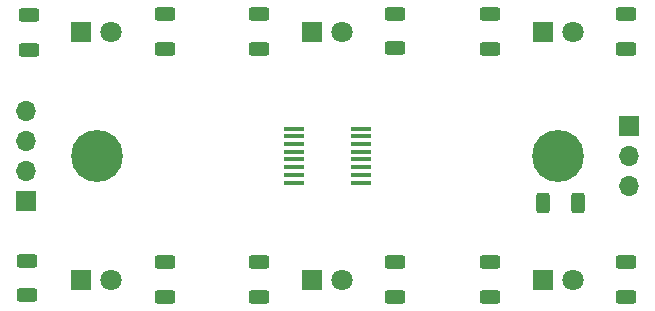
<source format=gbr>
%TF.GenerationSoftware,KiCad,Pcbnew,6.0.11-3.fc37*%
%TF.CreationDate,2023-02-25T11:33:27-07:00*%
%TF.ProjectId,lightPCB,6c696768-7450-4434-922e-6b696361645f,rev?*%
%TF.SameCoordinates,PX69db9c0PY6779420*%
%TF.FileFunction,Soldermask,Top*%
%TF.FilePolarity,Negative*%
%FSLAX46Y46*%
G04 Gerber Fmt 4.6, Leading zero omitted, Abs format (unit mm)*
G04 Created by KiCad (PCBNEW 6.0.11-3.fc37) date 2023-02-25 11:33:27*
%MOMM*%
%LPD*%
G01*
G04 APERTURE LIST*
G04 Aperture macros list*
%AMRoundRect*
0 Rectangle with rounded corners*
0 $1 Rounding radius*
0 $2 $3 $4 $5 $6 $7 $8 $9 X,Y pos of 4 corners*
0 Add a 4 corners polygon primitive as box body*
4,1,4,$2,$3,$4,$5,$6,$7,$8,$9,$2,$3,0*
0 Add four circle primitives for the rounded corners*
1,1,$1+$1,$2,$3*
1,1,$1+$1,$4,$5*
1,1,$1+$1,$6,$7*
1,1,$1+$1,$8,$9*
0 Add four rect primitives between the rounded corners*
20,1,$1+$1,$2,$3,$4,$5,0*
20,1,$1+$1,$4,$5,$6,$7,0*
20,1,$1+$1,$6,$7,$8,$9,0*
20,1,$1+$1,$8,$9,$2,$3,0*%
G04 Aperture macros list end*
%ADD10RoundRect,0.250000X0.625000X-0.312500X0.625000X0.312500X-0.625000X0.312500X-0.625000X-0.312500X0*%
%ADD11R,1.800000X1.800000*%
%ADD12C,1.800000*%
%ADD13C,4.400000*%
%ADD14R,1.700000X1.700000*%
%ADD15O,1.700000X1.700000*%
%ADD16RoundRect,0.250000X0.312500X0.625000X-0.312500X0.625000X-0.312500X-0.625000X0.312500X-0.625000X0*%
%ADD17R,1.676400X0.355600*%
G04 APERTURE END LIST*
D10*
%TO.C,R12*%
X55000000Y24037500D03*
X55000000Y26962500D03*
%TD*%
D11*
%TO.C,LY2*%
X28474968Y4500000D03*
D12*
X31014968Y4500000D03*
%TD*%
D10*
%TO.C,R9*%
X55000000Y3037500D03*
X55000000Y5962500D03*
%TD*%
%TO.C,R1*%
X4300000Y3175000D03*
X4300000Y6100000D03*
%TD*%
D11*
%TO.C,LR2*%
X28474968Y25500000D03*
D12*
X31014968Y25500000D03*
%TD*%
D13*
%TO.C,H1*%
X10199968Y15000000D03*
%TD*%
D14*
%TO.C,J2*%
X55299968Y17525000D03*
D15*
X55299968Y14985000D03*
X55299968Y12445000D03*
%TD*%
D10*
%TO.C,R11*%
X35500000Y24075000D03*
X35500000Y27000000D03*
%TD*%
%TO.C,R7*%
X16000000Y3037500D03*
X16000000Y5962500D03*
%TD*%
D11*
%TO.C,LR3*%
X48024968Y25500000D03*
D12*
X50564968Y25500000D03*
%TD*%
D10*
%TO.C,R10*%
X16000000Y24037500D03*
X16000000Y26962500D03*
%TD*%
%TO.C,R4*%
X4500000Y23987500D03*
X4500000Y26912500D03*
%TD*%
D11*
%TO.C,LR1*%
X8924968Y25500000D03*
D12*
X11464968Y25500000D03*
%TD*%
D10*
%TO.C,R5*%
X24000000Y24037500D03*
X24000000Y26962500D03*
%TD*%
D13*
%TO.C,H2*%
X49299968Y15000000D03*
%TD*%
D16*
%TO.C,R13*%
X50962500Y11000000D03*
X48037500Y11000000D03*
%TD*%
D10*
%TO.C,R3*%
X43500000Y3037500D03*
X43500000Y5962500D03*
%TD*%
D14*
%TO.C,J1*%
X4199968Y11200000D03*
D15*
X4199968Y13740000D03*
X4199968Y16280000D03*
X4199968Y18820000D03*
%TD*%
D10*
%TO.C,R2*%
X24000000Y3037500D03*
X24000000Y5962500D03*
%TD*%
D17*
%TO.C,U1*%
X26925568Y17274999D03*
X26925568Y16625001D03*
X26925568Y15974999D03*
X26925568Y15325001D03*
X26925568Y14675002D03*
X26925568Y14025001D03*
X26925568Y13375002D03*
X26925568Y12725001D03*
X32564368Y12725001D03*
X32564368Y13374999D03*
X32564368Y14025001D03*
X32564368Y14674999D03*
X32564368Y15324998D03*
X32564368Y15974999D03*
X32564368Y16624998D03*
X32564368Y17274999D03*
%TD*%
D10*
%TO.C,R6*%
X43500000Y24037500D03*
X43500000Y26962500D03*
%TD*%
D11*
%TO.C,LY3*%
X48024968Y4500000D03*
D12*
X50564968Y4500000D03*
%TD*%
D10*
%TO.C,R8*%
X35500000Y3037500D03*
X35500000Y5962500D03*
%TD*%
D11*
%TO.C,LY1*%
X8924968Y4500000D03*
D12*
X11464968Y4500000D03*
%TD*%
M02*

</source>
